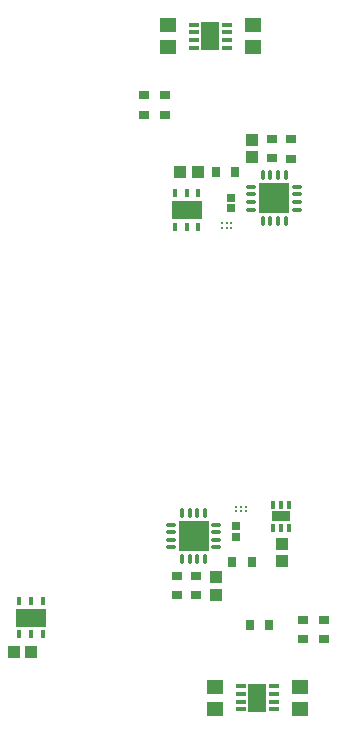
<source format=gbr>
%FSLAX23Y23*%
%MOIN*%
%SFA1B1*%

%IPPOS*%
%ADD10R,0.057090X0.051180*%
%ADD11R,0.039370X0.039370*%
%ADD12R,0.039370X0.039370*%
%ADD13R,0.028350X0.026770*%
%ADD14R,0.027560X0.035430*%
%ADD15R,0.035430X0.027560*%
%ADD16R,0.011810X0.027560*%
%ADD17R,0.062990X0.035040*%
%ADD18R,0.058660X0.094490*%
%ADD19R,0.035430X0.013780*%
%ADD20C,0.007870*%
%ADD21R,0.102360X0.102360*%
%ADD22O,0.033470X0.011810*%
%ADD23O,0.011810X0.033470*%
%ADD24R,0.015750X0.031500*%
%ADD25R,0.098430X0.059060*%
%LNhumflex2_1_paste_top-1*%
%LPD*%
G54D10*
X132Y-870D03*
Y-943D03*
X416Y-870D03*
Y-943D03*
X-23Y1262D03*
Y1335D03*
X259Y1262D03*
Y1335D03*
G54D11*
X355Y-451D03*
Y-394D03*
X136Y-562D03*
Y-505D03*
X255Y954D03*
Y897D03*
G54D12*
X-537Y-755D03*
X-480D03*
X75Y846D03*
X18D03*
G54D13*
X203Y-369D03*
Y-334D03*
X188Y761D03*
Y726D03*
G54D14*
X314Y-665D03*
X249D03*
X190Y-454D03*
X256D03*
X136Y846D03*
X201D03*
G54D15*
X495Y-711D03*
Y-646D03*
X428D03*
Y-711D03*
X69Y-565D03*
Y-500D03*
X6Y-499D03*
Y-564D03*
X385Y956D03*
Y891D03*
X322Y892D03*
Y957D03*
X-35Y1103D03*
Y1038D03*
X-102D03*
Y1103D03*
G54D16*
X379Y-262D03*
X354D03*
X328D03*
X379Y-340D03*
X354D03*
X328D03*
G54D17*
X354Y-301D03*
G54D18*
X274Y-906D03*
X118Y1299D03*
G54D19*
X329Y-945D03*
Y-919D03*
Y-894D03*
Y-868D03*
X219Y-945D03*
Y-919D03*
Y-894D03*
Y-868D03*
X63Y1337D03*
Y1312D03*
Y1286D03*
Y1260D03*
X173Y1337D03*
Y1312D03*
Y1286D03*
Y1260D03*
G54D20*
X235Y-284D03*
X219D03*
X203D03*
X235Y-269D03*
X219D03*
X203D03*
X157Y677D03*
X173D03*
X188D03*
X157Y661D03*
X173D03*
X188D03*
G54D21*
X62Y-367D03*
X330Y759D03*
G54D22*
X137Y-329D03*
Y-354D03*
Y-380D03*
Y-405D03*
X-13D03*
Y-380D03*
Y-354D03*
Y-329D03*
X254Y721D03*
Y747D03*
Y772D03*
Y798D03*
X406D03*
Y772D03*
Y747D03*
Y721D03*
G54D23*
X100Y-443D03*
X74D03*
X49D03*
X23D03*
Y-291D03*
X49D03*
X74D03*
X100D03*
X292Y835D03*
X317D03*
X343D03*
X369D03*
Y684D03*
X343D03*
X317D03*
X292D03*
G54D24*
X-441Y-582D03*
X-481D03*
X-520D03*
X-441Y-695D03*
X-481D03*
X-520D03*
X0Y663D03*
X39D03*
X78D03*
X0Y777D03*
X39D03*
X78D03*
G54D25*
X-481Y-639D03*
X39Y720D03*
M02*
</source>
